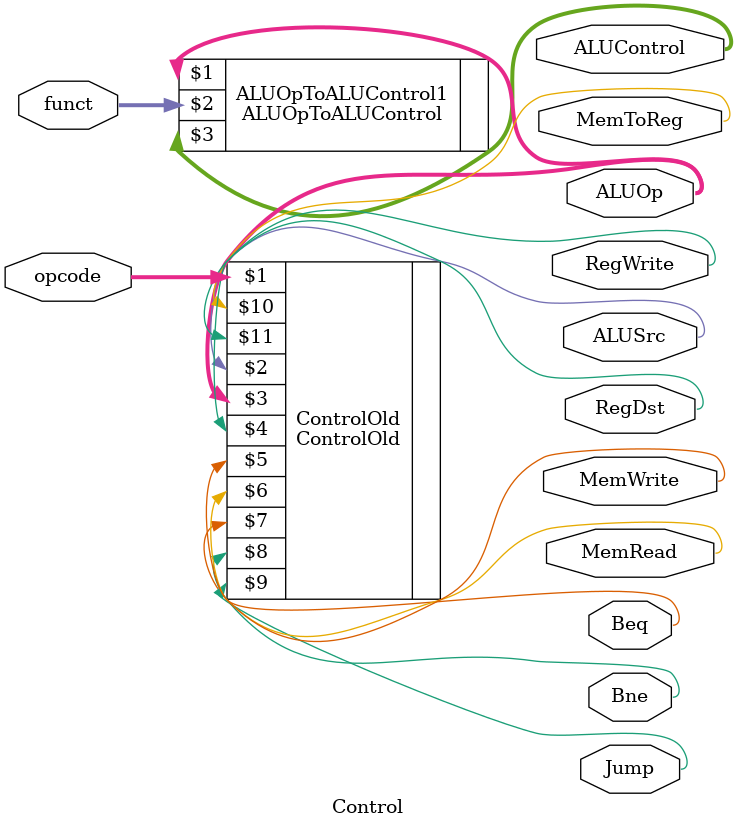
<source format=v>
`timescale 1ns / 1ps
module Control(opcode, funct, ALUSrc, ALUOp, RegDst, MemWrite, MemRead, Beq, Bne, Jump, MemToReg, RegWrite, ALUControl);
input [5:0] opcode;		 // 6-bit operation code
input [5:0] funct;  		 // 6-bit function code from the instruction
								 // least significant 6 bits of an instruction
output ALUSrc, RegDst, MemWrite, MemRead, Beq, Bne, Jump, MemToReg, RegWrite; // Output control lines
output [1:0] ALUOp;
output [2:0] ALUControl; // 3-bit control for the ALU that specifies the operation

//wire [1:0] ALUOp; 		 // 2-bit intermediate output for controlling ALU

ControlOld ControlOld(opcode, ALUSrc, ALUOp, RegDst, MemWrite, MemRead, Beq, Bne, Jump, MemToReg, RegWrite);
ALUOpToALUControl ALUOpToALUControl1(ALUOp, funct, ALUControl);

endmodule
</source>
